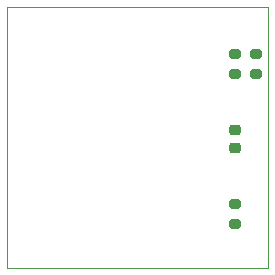
<source format=gbr>
G04 #@! TF.GenerationSoftware,KiCad,Pcbnew,(5.99.0-11522-g728b160719)*
G04 #@! TF.CreationDate,2021-08-06T10:01:23+10:00*
G04 #@! TF.ProjectId,Rotary Encoder,526f7461-7279-4204-956e-636f6465722e,rev?*
G04 #@! TF.SameCoordinates,Original*
G04 #@! TF.FileFunction,Paste,Top*
G04 #@! TF.FilePolarity,Positive*
%FSLAX46Y46*%
G04 Gerber Fmt 4.6, Leading zero omitted, Abs format (unit mm)*
G04 Created by KiCad (PCBNEW (5.99.0-11522-g728b160719)) date 2021-08-06 10:01:23*
%MOMM*%
%LPD*%
G01*
G04 APERTURE LIST*
G04 Aperture macros list*
%AMRoundRect*
0 Rectangle with rounded corners*
0 $1 Rounding radius*
0 $2 $3 $4 $5 $6 $7 $8 $9 X,Y pos of 4 corners*
0 Add a 4 corners polygon primitive as box body*
4,1,4,$2,$3,$4,$5,$6,$7,$8,$9,$2,$3,0*
0 Add four circle primitives for the rounded corners*
1,1,$1+$1,$2,$3*
1,1,$1+$1,$4,$5*
1,1,$1+$1,$6,$7*
1,1,$1+$1,$8,$9*
0 Add four rect primitives between the rounded corners*
20,1,$1+$1,$2,$3,$4,$5,0*
20,1,$1+$1,$4,$5,$6,$7,0*
20,1,$1+$1,$6,$7,$8,$9,0*
20,1,$1+$1,$8,$9,$2,$3,0*%
G04 Aperture macros list end*
G04 #@! TA.AperFunction,Profile*
%ADD10C,0.100000*%
G04 #@! TD*
%ADD11RoundRect,0.200000X-0.275000X0.200000X-0.275000X-0.200000X0.275000X-0.200000X0.275000X0.200000X0*%
%ADD12RoundRect,0.200000X0.275000X-0.200000X0.275000X0.200000X-0.275000X0.200000X-0.275000X-0.200000X0*%
%ADD13RoundRect,0.225000X-0.250000X0.225000X-0.250000X-0.225000X0.250000X-0.225000X0.250000X0.225000X0*%
G04 APERTURE END LIST*
D10*
X86868000Y-54356000D02*
X108966000Y-54356000D01*
X108966000Y-54356000D02*
X108966000Y-76454000D01*
X108966000Y-76454000D02*
X86868000Y-76454000D01*
X86868000Y-76454000D02*
X86868000Y-54356000D01*
D11*
G04 #@! TO.C,R2*
X106172000Y-58357000D03*
X106172000Y-60007000D03*
G04 #@! TD*
D12*
G04 #@! TO.C,R3*
X106172000Y-72707000D03*
X106172000Y-71057000D03*
G04 #@! TD*
D11*
G04 #@! TO.C,R1*
X107950000Y-58357000D03*
X107950000Y-60007000D03*
G04 #@! TD*
D13*
G04 #@! TO.C,C1*
X106172000Y-64757000D03*
X106172000Y-66307000D03*
G04 #@! TD*
M02*

</source>
